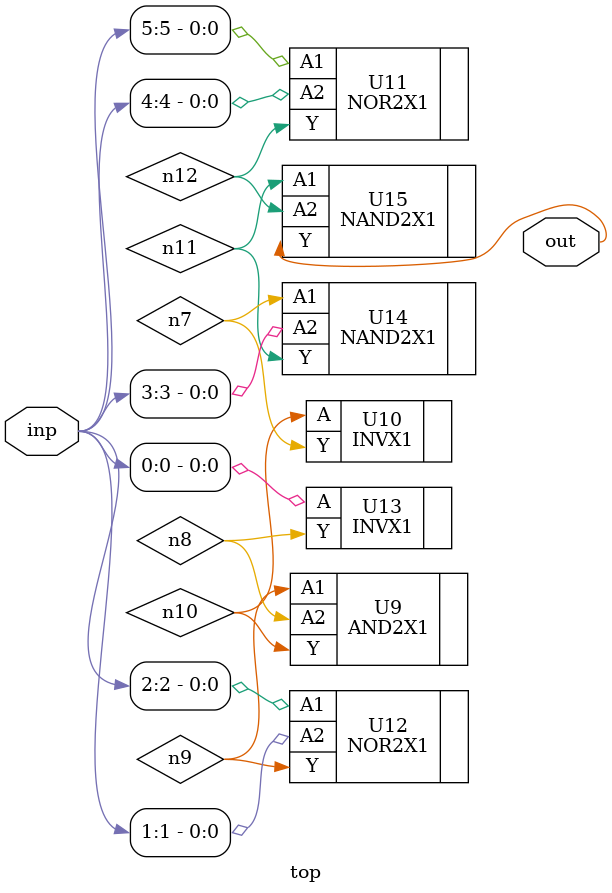
<source format=sv>


module top ( inp, out );
  input [5:0] inp;
  output out;
  wire   n7, n8, n9, n10, n11, n12;

  AND2X1 U9 ( .A1(n9), .A2(n8), .Y(n10) );
  INVX1 U10 ( .A(n10), .Y(n7) );
  NOR2X1 U11 ( .A1(inp[5]), .A2(inp[4]), .Y(n12) );
  NOR2X1 U12 ( .A1(inp[2]), .A2(inp[1]), .Y(n9) );
  INVX1 U13 ( .A(inp[0]), .Y(n8) );
  NAND2X1 U14 ( .A1(n7), .A2(inp[3]), .Y(n11) );
  NAND2X1 U15 ( .A1(n11), .A2(n12), .Y(out) );
endmodule


</source>
